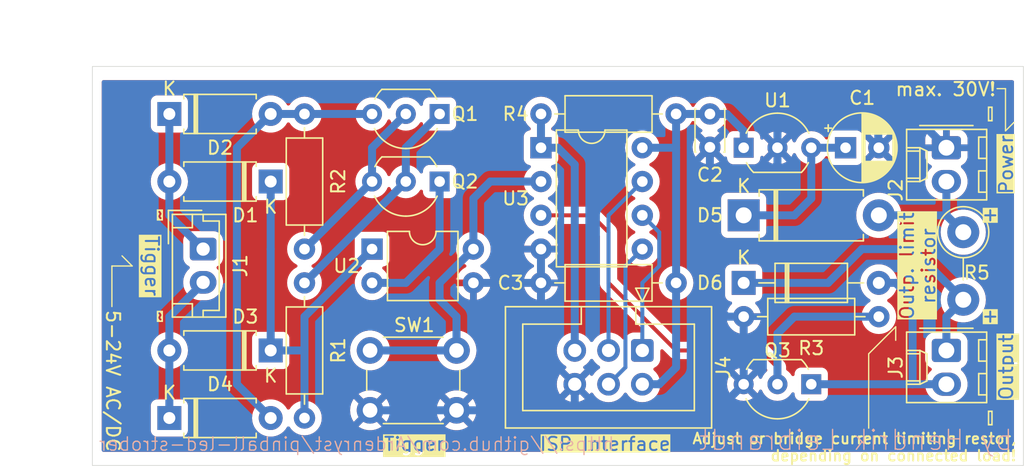
<source format=kicad_pcb>
(kicad_pcb (version 20240108) (generator "pcbnew") (generator_version "8.0")
  (layers (0 "F.Cu" signal) (31 "B.Cu" signal) (34 "B.Paste" user) (35 "F.Paste" user) (36 "B.SilkS" user "B.Silkscreen") (37 "F.SilkS" user "F.Silkscreen") (38 "B.Mask" user) (39 "F.Mask" user) (44 "Edge.Cuts" user))
  (net 0 "")
  (net 1 "GND")
  (net 2 "+5V")
  (net 3 "Net-(D5-K)")
  (net 4 "Net-(D1-A)")
  (net 5 "Net-(D1-K)")
  (net 6 "Net-(D2-A)")
  (net 7 "Net-(D3-A)")
  (net 8 "+12V")
  (net 9 "Net-(D6-A)")
  (net 10 "Net-(Q1-C)")
  (net 11 "/MISO")
  (net 12 "/MOSI")
  (net 13 "/SCK")
  (net 14 "/~{RST}")
  (net 15 "Net-(Q1-B)")
  (net 16 "/LED_{out}")
  (net 17 "/Trigg_{in}")
  (net 18 "Net-(Q2-C)")
  (net 19 "Net-(D6-K)")
  (footprint "Diode_THT:D_A-405_P7.62mm_Horizontal" (layer "F.Cu") (at 114.3 76.2)
    (property "Reference" "D4" (at 3.81 -2.54 0) (layer "F.SilkS"))
    (property "Value" "D_45deg")
    (fp_text user "K" (at 0 -1.9 0) (layer "F.SilkS"))
    (pad "1" thru_hole rect (at 0 0) (size 1.8 1.8) (drill 0.9) (layers "*.Cu" "*.Mask") (net 7 "Net-(D3-A)"))
    (pad "2" thru_hole oval (at 7.62 0) (size 1.8 1.8) (drill 0.9) (layers "*.Cu" "*.Mask") (net 6 "Net-(D2-A)"))
  )
  (footprint "Resistor_THT:R_Axial_DIN0207_L6.3mm_D2.5mm_P10.16mm_Horizontal" (layer "F.Cu") (at 124.46 63.5 90)
    (property "Reference" "R2" (at 5.08 2.54 90) (layer "F.SilkS"))
    (property "Value" "68")
    (pad "1" thru_hole circle (at 0 0 90) (size 1.6 1.6) (drill 0.8) (layers "*.Cu" "*.Mask") (net 15 "Net-(Q1-B)"))
    (pad "2" thru_hole oval (at 10.16 0 90) (size 1.6 1.6) (drill 0.8) (layers "*.Cu" "*.Mask") (net 6 "Net-(D2-A)"))
  )
  (footprint "Connector_JST:JST_EH_B2B-EH-A_1x02_P2.50mm_Vertical" (layer "F.Cu") (at 116.84 63.5 -90)
    (property "Reference" "J1" (at 1.25 -2.8 90) (layer "F.SilkS"))
    (property "Value" "Conn_01x02")
    (pad "1" thru_hole roundrect (at 0 0 270) (size 1.7 2) (drill 1) (layers "*.Cu" "*.Mask") (roundrect_rratio 0.147059) (net 4 "Net-(D1-A)"))
    (pad "2" thru_hole oval (at 2.5 0 270) (size 1.7 2) (drill 1) (layers "*.Cu" "*.Mask") (net 7 "Net-(D3-A)"))
  )
  (footprint "Package_TO_SOT_THT:TO-92_Inline_Wide" (layer "F.Cu") (at 134.62 58.42 180)
    (property "Reference" "Q2" (at -1.905 0 0) (layer "F.SilkS"))
    (property "Value" "BC237")
    (pad "1" thru_hole rect (at 0 0 180) (size 1.5 1.5) (drill 0.8) (layers "*.Cu" "*.Mask") (net 18 "Net-(Q2-C)"))
    (pad "2" thru_hole circle (at 2.54 0 180) (size 1.5 1.5) (drill 0.8) (layers "*.Cu" "*.Mask") (net 10 "Net-(Q1-C)"))
    (pad "3" thru_hole circle (at 5.08 0 180) (size 1.5 1.5) (drill 0.8) (layers "*.Cu" "*.Mask") (net 15 "Net-(Q1-B)"))
  )
  (footprint "Package_TO_SOT_THT:TO-92_Inline_Wide" (layer "F.Cu") (at 157.48 55.88)
    (property "Reference" "U1" (at 2.54 -3.56 0) (layer "F.SilkS"))
    (property "Value" "L78L05_TO92")
    (pad "1" thru_hole rect (at 0 0) (size 1.5 1.5) (drill 0.8) (layers "*.Cu" "*.Mask") (net 2 "+5V"))
    (pad "2" thru_hole circle (at 2.54 0) (size 1.5 1.5) (drill 0.8) (layers "*.Cu" "*.Mask") (net 1 "GND"))
    (pad "3" thru_hole circle (at 5.08 0) (size 1.5 1.5) (drill 0.8) (layers "*.Cu" "*.Mask") (net 3 "Net-(D5-K)"))
  )
  (footprint "Connector_Molex:Molex_KK-254_AE-6410-02A_1x02_P2.54mm_Vertical" (layer "F.Cu") (at 172.72 55.88 -90)
    (property "Reference" "J2" (at 3.175 3.81 90) (layer "F.SilkS"))
    (property "Value" "Conn_01x02")
    (pad "1" thru_hole roundrect (at 0 0 270) (size 1.74 2.19) (drill 1.19) (layers "*.Cu" "*.Mask") (roundrect_rratio 0.143678) (net 1 "GND"))
    (pad "2" thru_hole oval (at 2.54 0 270) (size 1.74 2.19) (drill 1.19) (layers "*.Cu" "*.Mask") (net 8 "+12V"))
  )
  (footprint "Connector_IDC:IDC-Header_2x03_P2.54mm_Vertical" (layer "F.Cu") (at 149.86 71.12 -90)
    (property "Reference" "J4" (at 1.27 -6.1 90) (layer "F.SilkS"))
    (property "Value" "AVR-ISP-6")
    (pad "1" thru_hole roundrect (at 0 0 270) (size 1.7 1.7) (drill 1) (layers "*.Cu" "*.Mask") (roundrect_rratio 0.147059) (net 11 "/MISO"))
    (pad "2" thru_hole circle (at 2.54 0 270) (size 1.7 1.7) (drill 1) (layers "*.Cu" "*.Mask") (net 2 "+5V"))
    (pad "3" thru_hole circle (at 0 2.54 270) (size 1.7 1.7) (drill 1) (layers "*.Cu" "*.Mask") (net 13 "/SCK"))
    (pad "4" thru_hole circle (at 2.54 2.54 270) (size 1.7 1.7) (drill 1) (layers "*.Cu" "*.Mask") (net 12 "/MOSI"))
    (pad "5" thru_hole circle (at 0 5.08 270) (size 1.7 1.7) (drill 1) (layers "*.Cu" "*.Mask") (net 14 "/~{RST}"))
    (pad "6" thru_hole circle (at 2.54 5.08 270) (size 1.7 1.7) (drill 1) (layers "*.Cu" "*.Mask") (net 1 "GND"))
  )
  (footprint "Resistor_THT:R_Axial_DIN0207_L6.3mm_D2.5mm_P10.16mm_Horizontal" (layer "F.Cu") (at 124.46 76.2 90)
    (property "Reference" "R1" (at 5.08 2.54 90) (layer "F.SilkS"))
    (property "Value" "2k")
    (pad "1" thru_hole circle (at 0 0 90) (size 1.6 1.6) (drill 0.8) (layers "*.Cu" "*.Mask") (net 5 "Net-(D1-K)"))
    (pad "2" thru_hole oval (at 10.16 0 90) (size 1.6 1.6) (drill 0.8) (layers "*.Cu" "*.Mask") (net 10 "Net-(Q1-C)"))
  )
  (footprint "Resistor_THT:R_Axial_DIN0207_L6.3mm_D2.5mm_P10.16mm_Horizontal" (layer "F.Cu") (at 167.64 68.58 180)
    (property "Reference" "R3" (at 5.08 -2.37 0) (layer "F.SilkS"))
    (property "Value" "10k")
    (pad "1" thru_hole circle (at 0 0 180) (size 1.6 1.6) (drill 0.8) (layers "*.Cu" "*.Mask") (net 16 "/LED_{out}"))
    (pad "2" thru_hole oval (at 10.16 0 180) (size 1.6 1.6) (drill 0.8) (layers "*.Cu" "*.Mask") (net 1 "GND"))
  )
  (footprint "Diode_THT:D_DO-15_P10.16mm_Horizontal" (layer "F.Cu") (at 157.48 60.96)
    (property "Reference" "D5" (at -2.54 0 0) (layer "F.SilkS"))
    (property "Value" "D")
    (fp_text user "K" (at 0 -2.2 0) (layer "F.SilkS"))
    (pad "1" thru_hole rect (at 0 0) (size 2.4 2.4) (drill 1.2) (layers "*.Cu" "*.Mask") (net 3 "Net-(D5-K)"))
    (pad "2" thru_hole oval (at 10.16 0) (size 2.4 2.4) (drill 1.2) (layers "*.Cu" "*.Mask") (net 8 "+12V"))
  )
  (footprint "Package_TO_SOT_THT:TO-92_Inline_Wide" (layer "F.Cu") (at 162.56 73.66 180)
    (property "Reference" "Q3" (at 2.54 2.54 0) (layer "F.SilkS"))
    (property "Value" "BS170")
    (pad "1" thru_hole rect (at 0 0 180) (size 1.5 1.5) (drill 0.8) (layers "*.Cu" "*.Mask") (net 9 "Net-(D6-A)"))
    (pad "2" thru_hole circle (at 2.54 0 180) (size 1.5 1.5) (drill 0.8) (layers "*.Cu" "*.Mask") (net 16 "/LED_{out}"))
    (pad "3" thru_hole circle (at 5.08 0 180) (size 1.5 1.5) (drill 0.8) (layers "*.Cu" "*.Mask") (net 1 "GND"))
  )
  (footprint "Resistor_THT:R_Axial_DIN0411_L9.9mm_D3.6mm_P5.08mm_Vertical" (layer "F.Cu") (at 173.99 62.23 -90)
    (property "Reference" "R5" (at 3.048 -1.016 180) (layer "F.SilkS"))
    (property "Value" "~")
    (pad "1" thru_hole circle (at 0 0 270) (size 2.4 2.4) (drill 1.2) (layers "*.Cu" "*.Mask") (net 8 "+12V"))
    (pad "2" thru_hole oval (at 5.08 0 270) (size 2.4 2.4) (drill 1.2) (layers "*.Cu" "*.Mask") (net 19 "Net-(D6-K)"))
  )
  (footprint "Capacitor_THT:C_Disc_D3.0mm_W2.0mm_P2.50mm" (layer "F.Cu") (at 154.94 55.84 90)
    (property "Reference" "C2" (at -2.072 0 180) (layer "F.SilkS"))
    (property "Value" "100n")
    (pad "1" thru_hole circle (at 0 0 90) (size 1.6 1.6) (drill 0.8) (layers "*.Cu" "*.Mask") (net 1 "GND"))
    (pad "2" thru_hole circle (at 2.5 0 90) (size 1.6 1.6) (drill 0.8) (layers "*.Cu" "*.Mask") (net 2 "+5V"))
  )
  (footprint "Diode_THT:D_A-405_P7.62mm_Horizontal" (layer "F.Cu") (at 114.3 53.34)
    (property "Reference" "D2" (at 3.81 2.54 0) (layer "F.SilkS"))
    (property "Value" "D_45deg")
    (fp_text user "K" (at 0 -1.9 0) (layer "F.SilkS"))
    (pad "1" thru_hole rect (at 0 0) (size 1.8 1.8) (drill 0.9) (layers "*.Cu" "*.Mask") (net 4 "Net-(D1-A)"))
    (pad "2" thru_hole oval (at 7.62 0) (size 1.8 1.8) (drill 0.9) (layers "*.Cu" "*.Mask") (net 6 "Net-(D2-A)"))
  )
  (footprint "Diode_THT:D_A-405_P7.62mm_Horizontal" (layer "F.Cu") (at 121.92 58.42 180)
    (property "Reference" "D1" (at 1.905 -2.54 0) (layer "F.SilkS"))
    (property "Value" "D_45deg")
    (fp_text user "K" (at 0 -1.9 0) (layer "F.SilkS"))
    (pad "1" thru_hole rect (at 0 0 180) (size 1.8 1.8) (drill 0.9) (layers "*.Cu" "*.Mask") (net 5 "Net-(D1-K)"))
    (pad "2" thru_hole oval (at 7.62 0 180) (size 1.8 1.8) (drill 0.9) (layers "*.Cu" "*.Mask") (net 4 "Net-(D1-A)"))
  )
  (footprint "Package_DIP:DIP-4_W7.62mm" (layer "F.Cu") (at 129.54 63.5)
    (property "Reference" "U2" (at -1.905 1.27 0) (layer "F.SilkS"))
    (property "Value" "EL817")
    (pad "1" thru_hole rect (at 0 0) (size 1.6 1.6) (drill 0.8) (layers "*.Cu" "*.Mask") (net 5 "Net-(D1-K)"))
    (pad "2" thru_hole oval (at 0 2.54) (size 1.6 1.6) (drill 0.8) (layers "*.Cu" "*.Mask") (net 18 "Net-(Q2-C)"))
    (pad "3" thru_hole oval (at 7.62 2.54) (size 1.6 1.6) (drill 0.8) (layers "*.Cu" "*.Mask") (net 1 "GND"))
    (pad "4" thru_hole oval (at 7.62 0) (size 1.6 1.6) (drill 0.8) (layers "*.Cu" "*.Mask") (net 17 "/Trigg_{in}"))
  )
  (footprint "Package_DIP:DIP-8_W7.62mm" (layer "F.Cu") (at 142.24 55.88)
    (property "Reference" "U3" (at -1.905 3.81 0) (layer "F.SilkS"))
    (property "Value" "ATtiny85-20P")
    (pad "1" thru_hole rect (at 0 0) (size 1.6 1.6) (drill 0.8) (layers "*.Cu" "*.Mask") (net 14 "/~{RST}"))
    (pad "2" thru_hole oval (at 0 2.54) (size 1.6 1.6) (drill 0.8) (layers "*.Cu" "*.Mask") (net 17 "/Trigg_{in}"))
    (pad "3" thru_hole oval (at 0 5.08) (size 1.6 1.6) (drill 0.8) (layers "*.Cu" "*.Mask") (net 16 "/LED_{out}"))
    (pad "4" thru_hole oval (at 0 7.62) (size 1.6 1.6) (drill 0.8) (layers "*.Cu" "*.Mask") (net 1 "GND"))
    (pad "5" thru_hole oval (at 7.62 7.62) (size 1.6 1.6) (drill 0.8) (layers "*.Cu" "*.Mask") (net 12 "/MOSI"))
    (pad "6" thru_hole oval (at 7.62 5.08) (size 1.6 1.6) (drill 0.8) (layers "*.Cu" "*.Mask") (net 11 "/MISO"))
    (pad "7" thru_hole oval (at 7.62 2.54) (size 1.6 1.6) (drill 0.8) (layers "*.Cu" "*.Mask") (net 13 "/SCK"))
    (pad "8" thru_hole oval (at 7.62 0) (size 1.6 1.6) (drill 0.8) (layers "*.Cu" "*.Mask") (net 2 "+5V"))
  )
  (footprint "Diode_THT:D_A-405_P7.62mm_Horizontal" (layer "F.Cu") (at 121.92 71.12 180)
    (property "Reference" "D3" (at 1.905 2.54 0) (layer "F.SilkS"))
    (property "Value" "D_45deg")
    (fp_text user "K" (at 0 -1.9 0) (layer "F.SilkS"))
    (pad "1" thru_hole rect (at 0 0 180) (size 1.8 1.8) (drill 0.9) (layers "*.Cu" "*.Mask") (net 5 "Net-(D1-K)"))
    (pad "2" thru_hole oval (at 7.62 0 180) (size 1.8 1.8) (drill 0.9) (layers "*.Cu" "*.Mask") (net 7 "Net-(D3-A)"))
  )
  (footprint "Connector_Molex:Molex_KK-254_AE-6410-02A_1x02_P2.54mm_Vertical" (layer "F.Cu") (at 172.72 71.12 -90)
    (property "Reference" "J3" (at 1.27 3.81 90) (layer "F.SilkS"))
    (property "Value" "Conn_01x02")
    (pad "1" thru_hole roundrect (at 0 0 270) (size 1.74 2.19) (drill 1.19) (layers "*.Cu" "*.Mask") (roundrect_rratio 0.143678) (net 19 "Net-(D6-K)"))
    (pad "2" thru_hole oval (at 2.54 0 270) (size 1.74 2.19) (drill 1.19) (layers "*.Cu" "*.Mask") (net 9 "Net-(D6-A)"))
  )
  (footprint "Package_TO_SOT_THT:TO-92_Inline_Wide" (layer "F.Cu") (at 134.62 53.34 180)
    (property "Reference" "Q1" (at -1.905 0 0) (layer "F.SilkS"))
    (property "Value" "BC237")
    (pad "1" thru_hole rect (at 0 0 180) (size 1.5 1.5) (drill 0.8) (layers "*.Cu" "*.Mask") (net 10 "Net-(Q1-C)"))
    (pad "2" thru_hole circle (at 2.54 0 180) (size 1.5 1.5) (drill 0.8) (layers "*.Cu" "*.Mask") (net 15 "Net-(Q1-B)"))
    (pad "3" thru_hole circle (at 5.08 0 180) (size 1.5 1.5) (drill 0.8) (layers "*.Cu" "*.Mask") (net 6 "Net-(D2-A)"))
  )
  (footprint "Button_Switch_THT:SW_PUSH_6mm" (layer "F.Cu") (at 135.89 75.62 180)
    (property "Reference" "SW1" (at 3.175 6.405 0) (layer "F.SilkS"))
    (property "Value" "SW_Push")
    (pad "1" thru_hole circle (at 0 0 270) (size 2 2) (drill 1.1) (layers "*.Cu" "*.Mask") (net 1 "GND"))
    (pad "1" thru_hole circle (at 6.5 0 270) (size 2 2) (drill 1.1) (layers "*.Cu" "*.Mask") (net 1 "GND"))
    (pad "2" thru_hole circle (at 0 4.5 270) (size 2 2) (drill 1.1) (layers "*.Cu" "*.Mask") (net 17 "/Trigg_{in}"))
    (pad "2" thru_hole circle (at 6.5 4.5 270) (size 2 2) (drill 1.1) (layers "*.Cu" "*.Mask") (net 17 "/Trigg_{in}"))
  )
  (footprint "Diode_THT:D_A-405_P10.16mm_Horizontal" (layer "F.Cu") (at 157.48 66.04)
    (property "Reference" "D6" (at -2.54 0 0) (layer "F.SilkS"))
    (property "Value" "D")
    (fp_text user "K" (at 0 -1.9 0) (layer "F.SilkS"))
    (pad "1" thru_hole rect (at 0 0) (size 1.8 1.8) (drill 0.9) (layers "*.Cu" "*.Mask") (net 19 "Net-(D6-K)"))
    (pad "2" thru_hole oval (at 10.16 0) (size 1.8 1.8) (drill 0.9) (layers "*.Cu" "*.Mask") (net 9 "Net-(D6-A)"))
  )
  (footprint "Resistor_THT:R_Axial_DIN0207_L6.3mm_D2.5mm_P10.16mm_Horizontal" (layer "F.Cu") (at 152.4 53.34 180)
    (property "Reference" "R4" (at 12.065 0 0) (layer "F.SilkS"))
    (property "Value" "10k")
    (pad "1" thru_hole circle (at 0 0 180) (size 1.6 1.6) (drill 0.8) (layers "*.Cu" "*.Mask") (net 2 "+5V"))
    (pad "2" thru_hole oval (at 10.16 0 180) (size 1.6 1.6) (drill 0.8) (layers "*.Cu" "*.Mask") (net 14 "/~{RST}"))
  )
  (footprint "Capacitor_THT:CP_Radial_D5.0mm_P2.50mm" (layer "F.Cu") (at 165.14 55.88)
    (property "Reference" "C1" (at 1.25 -3.75 0) (layer "F.SilkS"))
    (property "Value" "4.7u")
    (pad "1" thru_hole rect (at 0 0) (size 1.6 1.6) (drill 0.8) (layers "*.Cu" "*.Mask") (net 3 "Net-(D5-K)"))
    (pad "2" thru_hole circle (at 2.5 0) (size 1.6 1.6) (drill 0.8) (layers "*.Cu" "*.Mask") (net 1 "GND"))
  )
  (footprint "Resistor_THT:R_Axial_DIN0207_L6.3mm_D2.5mm_P10.16mm_Horizontal" (layer "F.Cu") (at 152.4 66.04 180)
    (property "Reference" "C3" (at 12.446 0 180) (layer "F.SilkS"))
    (property "Value" "100n")
    (pad "1" thru_hole circle (at 0 0 180) (size 1.6 1.6) (drill 0.8) (layers "*.Cu" "*.Mask") (net 2 "+5V"))
    (pad "2" thru_hole oval (at 10.16 0 180) (size 1.6 1.6) (drill 0.8) (layers "*.Cu" "*.Mask") (net 1 "GND"))
  )
  (gr_line (start 177.165 54.61) (end 177.8 53.975) (stroke (width 0.1)) (layer "F.SilkS"))
  (gr_line (start 176.53 51.435) (end 177.165 51.435) (stroke (width 0.1)) (layer "F.SilkS"))
  (gr_line (start 177.165 51.435) (end 177.165 54.61) (stroke (width 0.1)) (layer "F.SilkS"))
  (gr_line (start 168.91 69.342) (end 168.91 70.358) (stroke (width 0.1)) (layer "F.SilkS"))
  (gr_line (start 109.982 64.77) (end 111.506 64.77) (stroke (width 0.1)) (layer "F.SilkS"))
  (gr_line (start 109.982 67.818) (end 109.982 64.77) (stroke (width 0.1)) (layer "F.SilkS"))
  (gr_line (start 111.506 64.77) (end 110.744 64.008) (stroke (width 0.1)) (layer "F.SilkS"))
  (gr_line (start 166.878 71.374) (end 168.91 69.342) (stroke (width 0.1)) (layer "F.SilkS"))
  (gr_line (start 166.878 76.962) (end 166.878 71.374) (stroke (width 0.1)) (layer "F.SilkS"))
  (gr_rect (start 108.51 49.77) (end 178.51 79.77) (stroke (width 0.05)) (fill none) (layer "Edge.Cuts"))
  (gr_text "by Hendrik Leibrandt" (at 177.8 78.74 0) (layer "B.SilkS") (effects (font (size 1.5 1.5) (thickness 0.1)) (justify left bottom mirror)))
  (gr_text "https://github.com/Ardenryst/pinball-led-strober" (at 147.828 78.74 0) (layer "B.SilkS") (effects (font (size 1 1) (thickness 0.1)) (justify left bottom mirror)))
  (gr_text "Adjust or bridge current limiting restor,\ndepending on connected load!" (at 178.054 79.502 0) (layer "F.SilkS") (effects (font (size 0.8 0.8)) (justify right bottom)))
  (gr_text "Tigger" (at 112.395 64.77 270) (layer "F.SilkS" knockout) (effects (font (size 1 1)) (justify bottom)))
  (gr_text "-" (at 176.53 76.2 90) (layer "F.SilkS" knockout) (effects (font (size 1 1)) (justify bottom)))
  (gr_text "Output" (at 177.8 72.39 90) (layer "F.SilkS" knockout) (effects (font (size 1 1)) (justify bottom)))
  (gr_text "Power" (at 177.8 57.15 90) (layer "F.SilkS" knockout) (effects (font (size 1 1)) (justify bottom)))
  (gr_text "Tigger" (at 132.715 78.74 0) (layer "F.SilkS" knockout) (effects (font (size 1 1)) (justify bottom)))
  (gr_text "max. 30V!" (at 176.53 52.07 0) (layer "F.SilkS") (effects (font (size 1 1)) (justify right bottom)))
  (gr_text "5-24V AC/DC" (at 109.474 73.406 270) (layer "F.SilkS") (effects (font (size 1 1)) (justify bottom)))
  (gr_text "Outp. limit\nresistor" (at 171.958 64.77 90) (layer "F.SilkS" knockout) (effects (font (size 1 1)) (justify bottom)))
  (gr_text "-" (at 176.53 53.34 90) (layer "F.SilkS" knockout) (effects (font (size 1 1)) (justify bottom)))
  (gr_text "+" (at 176.53 68.58 90) (layer "F.SilkS" knockout) (effects (font (size 1 1)) (justify bottom)))
  (gr_text "+" (at 176.53 60.96 90) (layer "F.SilkS" knockout) (effects (font (size 1 1)) (justify bottom)))
  (gr_text "~" (at 113.03 60.96 270) (layer "F.SilkS" knockout) (effects (font (size 1 1)) (justify bottom)))
  (gr_text "ISP Interface" (at 147.066 78.74 0) (layer "F.SilkS" knockout) (effects (font (size 1 1)) (justify bottom)))
  (gr_text "~" (at 113.03 68.58 270) (layer "F.SilkS" knockout) (effects (font (size 1 1)) (justify bottom)))
  (segment (start 144.78 73.66) (end 144.78 76.2) (width 0.6) (layer "B.Cu") (net 1))
  (segment (start 157.48 73.66) (end 157.48 68.58) (width 0.6) (layer "B.Cu") (net 1))
  (segment (start 154.94 58.42) (end 154.94 67.31) (width 0.6) (layer "B.Cu") (net 1))
  (segment (start 167.6 55.88) (end 167.6 53.38) (width 0.6) (layer "B.Cu") (net 1))
  (segment (start 154.94 76.2) (end 157.48 73.66) (width 0.6) (layer "B.Cu") (net 1))
  (segment (start 158.75 58.42) (end 154.94 58.42) (width 0.6) (layer "B.Cu") (net 1))
  (segment (start 154.94 58.42) (end 154.94 55.84) (width 0.6) (layer "B.Cu") (net 1))
  (segment (start 160.02 55.88) (end 160.02 54.61) (width 0.6) (layer "B.Cu") (net 1))
  (segment (start 160.02 54.61) (end 161.29 53.34) (width 0.6) (layer "B.Cu") (net 1))
  (segment (start 142.24 76.2) (end 144.78 76.2) (width 0.6) (layer "B.Cu") (net 1))
  (segment (start 156.21 68.58) (end 154.94 67.31) (width 0.6) (layer "B.Cu") (net 1))
  (segment (start 142.24 76.2) (end 142.24 63.5) (width 0.6) (layer "B.Cu") (net 1))
  (segment (start 172.72 55.88) (end 170.18 53.34) (width 0.6) (layer "B.Cu") (net 1))
  (segment (start 158.75 58.42) (end 160.02 57.15) (width 0.6) (layer "B.Cu") (net 1))
  (segment (start 129.39 75.62) (end 135.89 75.62) (width 0.6) (layer "B.Cu") (net 1))
  (segment (start 135.89 75.62) (end 137.85 75.62) (width 0.6) (layer "B.Cu") (net 1))
  (segment (start 144.78 76.2) (end 153.67 76.2) (width 0.6) (layer "B.Cu") (net 1))
  (segment (start 156.21 68.58) (end 157.48 68.58) (width 0.6) (layer "B.Cu") (net 1))
  (segment (start 137.16 66.04) (end 142.24 66.04) (width 0.6) (layer "B.Cu") (net 1))
  (segment (start 142.24 76.2) (end 138.43 76.2) (width 0.6) (layer "B.Cu") (net 1))
  (segment (start 160.02 55.88) (end 160.02 57.15) (width 0.6) (layer "B.Cu") (net 1))
  (segment (start 167.64 53.34) (end 170.18 53.34) (width 0.6) (layer "B.Cu") (net 1))
  (segment (start 167.6 53.38) (end 167.64 53.34) (width 0.6) (layer "B.Cu") (net 1))
  (segment (start 153.67 76.2) (end 154.94 76.2) (width 0.6) (layer "B.Cu") (net 1))
  (segment (start 137.85 75.62) (end 138.43 76.2) (width 0.6) (layer "B.Cu") (net 1))
  (segment (start 161.29 53.34) (end 167.64 53.34) (width 0.6) (layer "B.Cu") (net 1))
  (segment (start 156.21 53.34) (end 157.48 54.61) (width 0.6) (layer "B.Cu") (net 2))
  (segment (start 152.4 55.88) (end 152.4 66.04) (width 0.6) (layer "B.Cu") (net 2))
  (segment (start 152.4 72.39) (end 152.4 66.04) (width 0.6) (layer "B.Cu") (net 2))
  (segment (start 151.13 73.66) (end 152.4 72.39) (width 0.6) (layer "B.Cu") (net 2))
  (segment (start 152.4 53.34) (end 154.94 53.34) (width 0.6) (layer "B.Cu") (net 2))
  (segment (start 149.86 73.66) (end 151.13 73.66) (width 0.6) (layer "B.Cu") (net 2))
  (segment (start 149.86 55.88) (end 152.4 55.88) (width 0.6) (layer "B.Cu") (net 2))
  (segment (start 154.94 53.34) (end 156.21 53.34) (width 0.6) (layer "B.Cu") (net 2))
  (segment (start 152.4 53.34) (end 152.4 55.88) (width 0.6) (layer "B.Cu") (net 2))
  (segment (start 157.48 54.61) (end 157.48 55.88) (width 0.6) (layer "B.Cu") (net 2))
  (segment (start 157.48 60.96) (end 161.29 60.96) (width 0.6) (layer "B.Cu") (net 3))
  (segment (start 162.56 55.88) (end 165.1 55.88) (width 0.6) (layer "B.Cu") (net 3))
  (segment (start 162.56 59.69) (end 162.56 55.88) (width 0.6) (layer "B.Cu") (net 3))
  (segment (start 161.29 60.96) (end 162.56 59.69) (width 0.6) (layer "B.Cu") (net 3))
  (segment (start 114.3 53.34) (end 114.3 58.42) (width 0.6) (layer "B.Cu") (net 4))
  (segment (start 114.3 58.42) (end 114.3 60.96) (width 0.6) (layer "B.Cu") (net 4))
  (segment (start 114.3 60.96) (end 116.84 63.5) (width 0.6) (layer "B.Cu") (net 4))
  (segment (start 121.92 63.5) (end 121.92 71.12) (width 0.6) (layer "B.Cu") (net 5))
  (segment (start 124.46 71.12) (end 124.46 76.2) (width 0.6) (layer "B.Cu") (net 5))
  (segment (start 121.92 58.42) (end 121.92 63.5) (width 0.6) (layer "B.Cu") (net 5))
  (segment (start 121.92 71.12) (end 124.46 71.12) (width 0.6) (layer "B.Cu") (net 5))
  (segment (start 129.54 63.5) (end 124.46 68.58) (width 0.6) (layer "B.Cu") (net 5))
  (segment (start 124.46 68.58) (end 124.46 71.12) (width 0.6) (layer "B.Cu") (net 5))
  (segment (start 119.38 55.88) (end 121.92 53.34) (width 0.6) (layer "B.Cu") (net 6))
  (segment (start 119.38 73.66) (end 119.38 55.88) (width 0.6) (layer "B.Cu") (net 6))
  (segment (start 121.92 76.2) (end 119.38 73.66) (width 0.6) (layer "B.Cu") (net 6))
  (segment (start 129.54 53.34) (end 121.92 53.34) (width 0.6) (layer "B.Cu") (net 6))
  (segment (start 116.84 66.04) (end 114.3 68.58) (width 0.6) (layer "B.Cu") (net 7))
  (segment (start 116.84 66) (end 116.84 66.04) (width 0.6) (layer "B.Cu") (net 7))
  (segment (start 114.3 68.58) (end 114.3 76.2) (width 0.6) (layer "B.Cu") (net 7))
  (segment (start 167.64 60.96) (end 172.72 60.96) (width 0.6) (layer "B.Cu") (net 8))
  (segment (start 173.99 62.23) (end 172.72 60.96) (width 0.6) (layer "B.Cu") (net 8))
  (segment (start 172.72 58.42) (end 172.72 60.96) (width 0.6) (layer "B.Cu") (net 8))
  (segment (start 168.91 66.04) (end 170.18 67.31) (width 0.6) (layer "B.Cu") (net 9))
  (segment (start 162.56 73.66) (end 170.18 73.66) (width 0.6) (layer "B.Cu") (net 9))
  (segment (start 167.64 66.04) (end 168.91 66.04) (width 0.6) (layer "B.Cu") (net 9))
  (segment (start 170.18 67.31) (end 170.18 73.66) (width 0.6) (layer "B.Cu") (net 9))
  (segment (start 170.18 73.66) (end 172.72 73.66) (width 0.6) (layer "B.Cu") (net 9))
  (segment (start 134.62 53.34) (end 132.08 55.88) (width 0.6) (layer "B.Cu") (net 10))
  (segment (start 132.08 55.88) (end 132.08 58.42) (width 0.6) (layer "B.Cu") (net 10))
  (segment (start 132.08 58.42) (end 124.46 66.04) (width 0.6) (layer "B.Cu") (net 10))
  (segment (start 151.13 64.77) (end 151.13 62.23) (width 0.3) (layer "B.Cu") (net 11))
  (segment (start 151.13 62.23) (end 149.86 60.96) (width 0.3) (layer "B.Cu") (net 11))
  (segment (start 149.86 71.12) (end 149.86 66.04) (width 0.3) (layer "B.Cu") (net 11))
  (segment (start 149.86 66.04) (end 151.13 64.77) (width 0.3) (layer "B.Cu") (net 11))
  (segment (start 148.59 64.77) (end 148.59 72.39) (width 0.3) (layer "B.Cu") (net 12))
  (segment (start 149.86 63.5) (end 148.59 64.77) (width 0.3) (layer "B.Cu") (net 12))
  (segment (start 148.59 72.39) (end 147.32 73.66) (width 0.3) (layer "B.Cu") (net 12))
  (segment (start 147.32 71.12) (end 147.32 60.96) (width 0.3) (layer "B.Cu") (net 13))
  (segment (start 147.32 60.96) (end 149.86 58.42) (width 0.3) (layer "B.Cu") (net 13))
  (segment (start 142.24 55.88) (end 143.51 55.88) (width 0.6) (layer "B.Cu") (net 14))
  (segment (start 144.78 57.15) (end 144.78 71.12) (width 0.6) (layer "B.Cu") (net 14))
  (segment (start 143.51 55.88) (end 144.78 57.15) (width 0.6) (layer "B.Cu") (net 14))
  (segment (start 142.24 53.34) (end 142.24 55.88) (width 0.6) (layer "B.Cu") (net 14))
  (segment (start 132.08 53.34) (end 129.54 55.88) (width 0.6) (layer "B.Cu") (net 15))
  (segment (start 129.54 55.88) (end 129.54 58.42) (width 0.6) (layer "B.Cu") (net 15))
  (segment (start 124.46 63.5) (end 129.54 58.42) (width 0.6) (layer "B.Cu") (net 15))
  (segment (start 147.32 66.04) (end 152.4 71.12) (width 0.3) (layer "F.Cu") (net 16))
  (segment (start 146.05 60.96) (end 147.32 62.23) (width 0.3) (layer "F.Cu") (net 16))
  (segment (start 142.24 60.96) (end 146.05 60.96) (width 0.3) (layer "F.Cu") (net 16))
  (segment (start 147.32 62.23) (end 147.32 66.04) (width 0.3) (layer "F.Cu") (net 16))
  (segment (start 158.75 71.12) (end 160.02 72.39) (width 0.3) (layer "F.Cu") (net 16))
  (segment (start 152.4 71.12) (end 158.75 71.12) (width 0.3) (layer "F.Cu") (net 16))
  (segment (start 160.02 72.39) (end 160.02 73.66) (width 0.3) (layer "F.Cu") (net 16))
  (segment (start 160.02 69.85) (end 161.29 68.58) (width 0.6) (layer "B.Cu") (net 16))
  (segment (start 160.02 69.85) (end 160.02 73.66) (width 0.6) (layer "B.Cu") (net 16))
  (segment (start 167.64 68.58) (end 161.29 68.58) (width 0.6) (layer "B.Cu") (net 16))
  (segment (start 137.16 59.69) (end 137.16 63.5) (width 0.6) (layer "B.Cu") (net 17))
  (segment (start 135.89 68.58) (end 134.62 67.31) (width 0.6) (layer "B.Cu") (net 17))
  (segment (start 135.89 71.12) (end 135.89 68.58) (width 0.6) (layer "B.Cu") (net 17))
  (segment (start 129.39 71.12) (end 135.89 71.12) (width 0.6) (layer "B.Cu") (net 17))
  (segment (start 137.16 63.5) (end 134.62 66.04) (width 0.6) (layer "B.Cu") (net 17))
  (segment (start 142.24 58.42) (end 138.43 58.42) (width 0.6) (layer "B.Cu") (net 17))
  (segment (start 137.16 59.69) (end 138.43 58.42) (width 0.6) (layer "B.Cu") (net 17))
  (segment (start 134.62 67.31) (end 134.62 66.04) (width 0.6) (layer "B.Cu") (net 17))
  (segment (start 134.62 63.5) (end 134.62 58.42) (width 0.6) (layer "B.Cu") (net 18))
  (segment (start 129.54 66.04) (end 132.08 66.04) (width 0.6) (layer "B.Cu") (net 18))
  (segment (start 132.08 66.04) (end 134.62 63.5) (width 0.6) (layer "B.Cu") (net 18))
  (segment (start 172.72 68.58) (end 173.99 67.31) (width 0.6) (layer "B.Cu") (net 19))
  (segment (start 172.72 68.58) (end 172.72 71.12) (width 0.6) (layer "B.Cu") (net 19))
  (segment (start 170.18 63.5) (end 166.37 63.5) (width 0.6) (layer "B.Cu") (net 19))
  (segment (start 163.83 66.04) (end 157.48 66.04) (width 0.6) (layer "B.Cu") (net 19))
  (segment (start 173.99 67.31) (end 170.18 63.5) (width 0.6) (layer "B.Cu") (net 19))
  (segment (start 166.37 63.5) (end 163.83 66.04) (width 0.6) (layer "B.Cu") (net 19))
  (zone (net 1) (net_name "GND") (layers "F&B.Cu") (connect_pads (clearance 0.5)) (min_thickness 0.25) (fill yes (thermal_gap 0.5) (thermal_bridge_width 0.5))
    (polygon (pts (xy 109.22 50.8) (xy 177.8 50.8) (xy 177.8 78.74) (xy 109.22 78.74)))
  )
)
</source>
